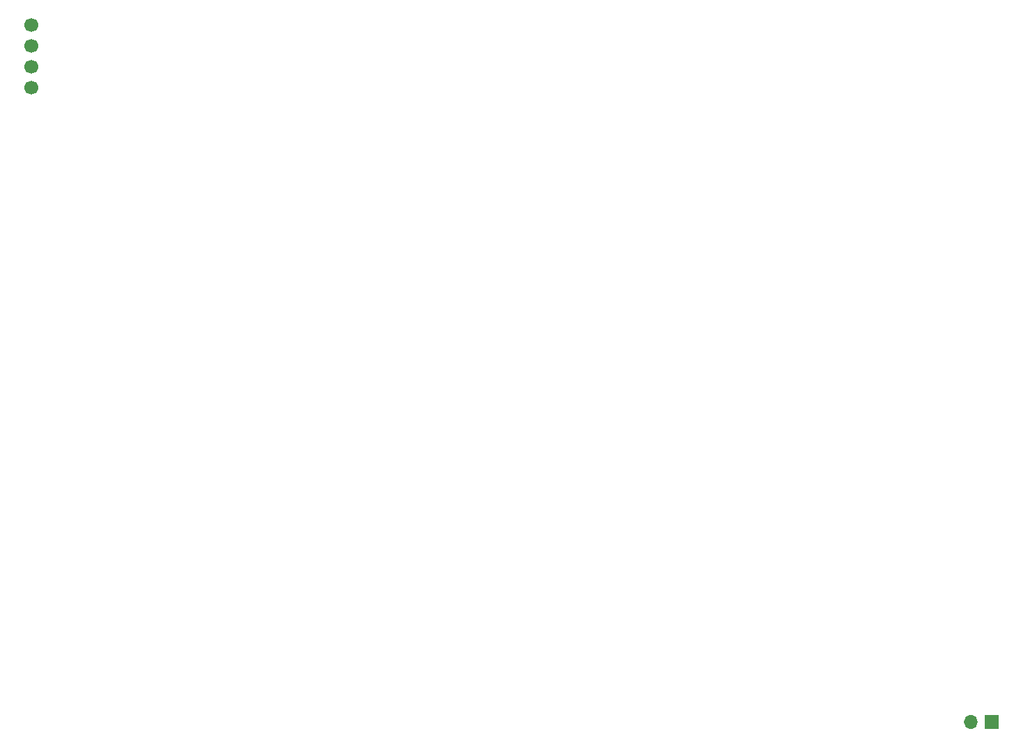
<source format=gbs>
G04 #@! TF.GenerationSoftware,KiCad,Pcbnew,(6.0.6)*
G04 #@! TF.CreationDate,2023-02-02T00:20:54-07:00*
G04 #@! TF.ProjectId,Netflix and Chill LEDs,4e657466-6c69-4782-9061-6e6420436869,1*
G04 #@! TF.SameCoordinates,Original*
G04 #@! TF.FileFunction,Soldermask,Bot*
G04 #@! TF.FilePolarity,Negative*
%FSLAX46Y46*%
G04 Gerber Fmt 4.6, Leading zero omitted, Abs format (unit mm)*
G04 Created by KiCad (PCBNEW (6.0.6)) date 2023-02-02 00:20:54*
%MOMM*%
%LPD*%
G01*
G04 APERTURE LIST*
%ADD10C,1.700000*%
%ADD11R,1.700000X1.700000*%
%ADD12O,1.700000X1.700000*%
G04 APERTURE END LIST*
D10*
X101200000Y-48400000D03*
X101200000Y-50940000D03*
X101200000Y-53480000D03*
X101200000Y-56020000D03*
D11*
X218100000Y-133300000D03*
D12*
X215560000Y-133300000D03*
M02*

</source>
